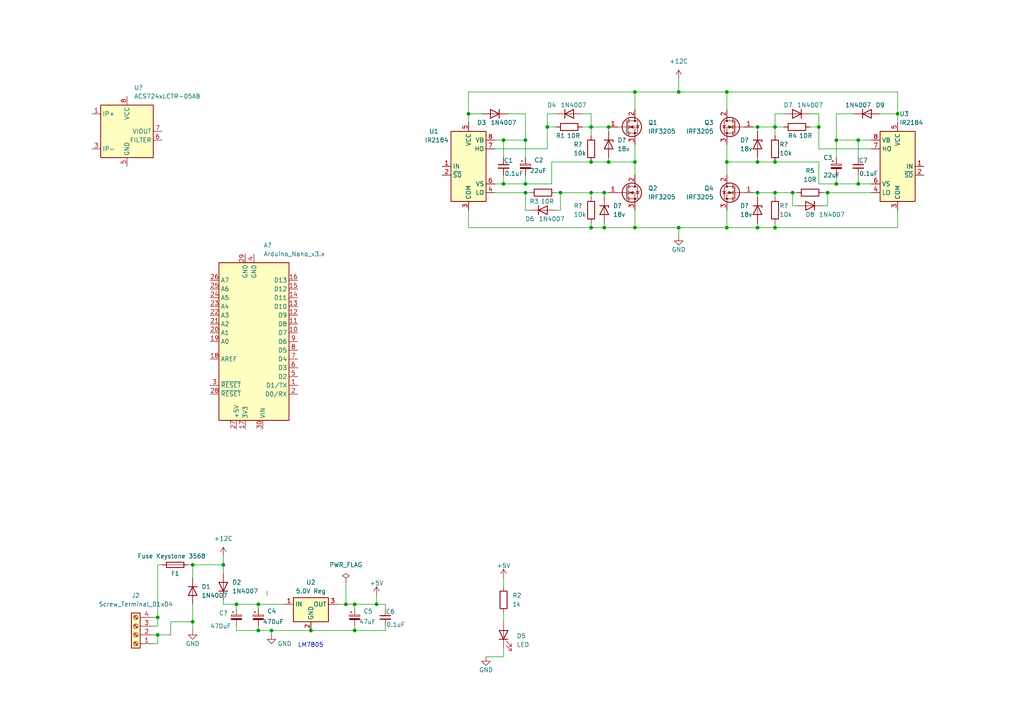
<source format=kicad_sch>
(kicad_sch (version 20211123) (generator eeschema)
  (paper "A4")
  (title_block (title "GPS_Micro") (date "2023-01-12") (comment 1 "Single Antenna Autosteer"))
  (lib_symbols
    (symbol "Connector:Screw_Terminal_01x04" (pin_names (offset 1.016) hide)
      (property "Reference" "J" (at 0 5.08 0))
      (property "Value" "Screw_Terminal_01x04" (at 0 -7.62 0))
      (symbol "Screw_Terminal_01x04_1_1"
        (rectangle (start -1.27 3.81) (end 1.27 -6.35) (stroke (width 0.254)) (fill (type background)))
        (circle (center 0 -5.08) (radius 0.635) (stroke (width 0.1524)))
        (circle (center 0 -2.54) (radius 0.635) (stroke (width 0.1524)))
        (polyline (pts (xy -0.5334 -4.7498) (xy 0.3302 -5.588)) (stroke (width 0.1524)))
        (polyline (pts (xy -0.5334 -2.2098) (xy 0.3302 -3.048)) (stroke (width 0.1524)))
        (polyline (pts (xy -0.5334 0.3302) (xy 0.3302 -0.508)) (stroke (width 0.1524)))
        (polyline (pts (xy -0.5334 2.8702) (xy 0.3302 2.032)) (stroke (width 0.1524)))
        (polyline (pts (xy -0.3556 -4.572) (xy 0.508 -5.4102)) (stroke (width 0.1524)))
        (polyline (pts (xy -0.3556 -2.032) (xy 0.508 -2.8702)) (stroke (width 0.1524)))
        (polyline (pts (xy -0.3556 0.508) (xy 0.508 -0.3302)) (stroke (width 0.1524)))
        (polyline (pts (xy -0.3556 3.048) (xy 0.508 2.2098)) (stroke (width 0.1524)))
        (circle (center 0 0) (radius 0.635) (stroke (width 0.1524)))
        (circle (center 0 2.54) (radius 0.635) (stroke (width 0.1524)))
        (pin passive line (at -5.08 2.54 0) (length 3.81) (name "Pin_1") (number "1"))
        (pin passive line (at -5.08 0 0) (length 3.81) (name "Pin_2") (number "2"))
        (pin passive line (at -5.08 -2.54 0) (length 3.81) (name "Pin_3") (number "3"))
        (pin passive line (at -5.08 -5.08 0) (length 3.81) (name "Pin_4") (number "4"))
      )
    )
    (symbol "Converter_DCDC:OKI-78SR-3.3_1.5-W36-C"
      (property "Reference" "U" (at -3.81 3.175 0))
      (property "Value" "OKI-78SR-3.3_1.5-W36-C" (at 0 3.175 0))
      (symbol "OKI-78SR-3.3_1.5-W36-C_0_1"
        (rectangle (start -5.08 1.905) (end 5.08 -5.08) (stroke (width 0.254)) (fill (type background)))
      )
      (symbol "OKI-78SR-3.3_1.5-W36-C_1_1"
        (pin power_in line (at -7.62 0 0) (length 2.54) (name "IN") (number "1"))
        (pin power_in line (at 0 -7.62 90) (length 2.54) (name "GND") (number "2"))
        (pin power_out line (at 7.62 0 180) (length 2.54) (name "OUT") (number "3"))
      )
    )
    (symbol "Device:C_Polarized_Small" (pin_numbers hide) (pin_names (offset 0.254) hide)
      (property "Reference" "C" (at 0.254 1.778 0))
      (property "Value" "C_Polarized_Small" (at 0.254 -2.032 0))
      (symbol "C_Polarized_Small_0_1"
        (rectangle (start -1.524 -0.3048) (end 1.524 -0.6858) (fill (type outline)))
        (rectangle (start -1.524 0.6858) (end 1.524 0.3048))
        (polyline (pts (xy -1.27 1.524) (xy -0.762 1.524)))
        (polyline (pts (xy -1.016 1.27) (xy -1.016 1.778)))
      )
      (symbol "C_Polarized_Small_1_1"
        (pin passive line (at 0 2.54 270) (length 1.8542) (name "~") (number "1"))
        (pin passive line (at 0 -2.54 90) (length 1.8542) (name "~") (number "2"))
      )
    )
    (symbol "Device:C_Small" (pin_numbers hide) (pin_names (offset 0.254) hide)
      (property "Reference" "C" (at 0.254 1.778 0))
      (property "Value" "C_Small" (at 0.254 -2.032 0))
      (symbol "C_Small_0_1"
        (polyline (pts (xy -1.524 -0.508) (xy 1.524 -0.508)) (stroke (width 0.3302)))
        (polyline (pts (xy -1.524 0.508) (xy 1.524 0.508)) (stroke (width 0.3048)))
      )
      (symbol "C_Small_1_1"
        (pin passive line (at 0 2.54 270) (length 2.032) (name "~") (number "1"))
        (pin passive line (at 0 -2.54 90) (length 2.032) (name "~") (number "2"))
      )
    )
    (symbol "Device:D_Zener" (pin_numbers hide) (pin_names (offset 1.016) hide)
      (property "Reference" "D" (at 0 2.54 0))
      (property "Value" "D_Zener" (at 0 -2.54 0))
      (symbol "D_Zener_0_1"
        (polyline (pts (xy 1.27 0) (xy -1.27 0)))
        (polyline (pts (xy -1.27 -1.27) (xy -1.27 1.27) (xy -0.762 1.27)) (stroke (width 0.254)))
        (polyline (pts (xy 1.27 -1.27) (xy 1.27 1.27) (xy -1.27 0) (xy 1.27 -1.27)) (stroke (width 0.254)))
      )
      (symbol "D_Zener_1_1"
        (pin passive line (at -3.81 0 0) (length 2.54) (name "K") (number "1"))
        (pin passive line (at 3.81 0 180) (length 2.54) (name "A") (number "2"))
      )
    )
    (symbol "Device:Fuse" (pin_numbers hide) (pin_names (offset 0))
      (property "Reference" "F" (at 2.032 0 90))
      (property "Value" "Fuse" (at -1.905 0 90))
      (symbol "Fuse_0_1"
        (rectangle (start -0.762 -2.54) (end 0.762 2.54) (stroke (width 0.254)))
        (polyline (pts (xy 0 2.54) (xy 0 -2.54)))
      )
      (symbol "Fuse_1_1"
        (pin passive line (at 0 3.81 270) (length 1.27) (name "~") (number "1"))
        (pin passive line (at 0 -3.81 90) (length 1.27) (name "~") (number "2"))
      )
    )
    (symbol "Device:LED" (pin_numbers hide) (pin_names (offset 1.016) hide)
      (property "Reference" "D" (at 0 2.54 0))
      (property "Value" "LED" (at 0 -2.54 0))
      (symbol "LED_0_1"
        (polyline (pts (xy -1.27 -1.27) (xy -1.27 1.27)) (stroke (width 0.254)))
        (polyline (pts (xy -1.27 0) (xy 1.27 0)))
        (polyline (pts (xy 1.27 -1.27) (xy 1.27 1.27) (xy -1.27 0) (xy 1.27 -1.27)) (stroke (width 0.254)))
        (polyline (pts (xy -3.048 -0.762) (xy -4.572 -2.286) (xy -3.81 -2.286) (xy -4.572 -2.286) (xy -4.572 -1.524)))
        (polyline (pts (xy -1.778 -0.762) (xy -3.302 -2.286) (xy -2.54 -2.286) (xy -3.302 -2.286) (xy -3.302 -1.524)))
      )
      (symbol "LED_1_1"
        (pin passive line (at -3.81 0 0) (length 2.54) (name "K") (number "1"))
        (pin passive line (at 3.81 0 180) (length 2.54) (name "A") (number "2"))
      )
    )
    (symbol "Device:R" (pin_numbers hide) (pin_names (offset 0))
      (property "Reference" "R" (at 2.032 0 90))
      (property "Value" "R" (at 0 0 90))
      (symbol "R_0_1"
        (rectangle (start -1.016 -2.54) (end 1.016 2.54) (stroke (width 0.254)))
      )
      (symbol "R_1_1"
        (pin passive line (at 0 3.81 270) (length 1.27) (name "~") (number "1"))
        (pin passive line (at 0 -3.81 90) (length 1.27) (name "~") (number "2"))
      )
    )
    (symbol "Diode:1N4007" (pin_numbers hide) (pin_names hide)
      (property "Reference" "D" (at 0 2.54 0))
      (property "Value" "1N4007" (at 0 -2.54 0))
      (symbol "1N4007_0_1"
        (polyline (pts (xy -1.27 1.27) (xy -1.27 -1.27)) (stroke (width 0.254)))
        (polyline (pts (xy 1.27 0) (xy -1.27 0)))
        (polyline (pts (xy 1.27 1.27) (xy 1.27 -1.27) (xy -1.27 0) (xy 1.27 1.27)) (stroke (width 0.254)))
      )
      (symbol "1N4007_1_1"
        (pin passive line (at -3.81 0 0) (length 2.54) (name "K") (number "1"))
        (pin passive line (at 3.81 0 180) (length 2.54) (name "A") (number "2"))
      )
    )
    (symbol "Driver_FET:IR2184"
      (property "Reference" "U" (at 1.27 13.335 0))
      (property "Value" "IR2184" (at 1.27 11.43 0))
      (symbol "IR2184_0_1"
        (rectangle (start -5.08 -10.16) (end 5.08 10.16) (stroke (width 0.254)) (fill (type background)))
      )
      (symbol "IR2184_1_1"
        (pin input line (at -7.62 0 0) (length 2.54) (name "IN") (number "1"))
        (pin input line (at -7.62 -2.54 0) (length 2.54) (name "~{SD}") (number "2"))
        (pin power_in line (at 0 -12.7 90) (length 2.54) (name "COM") (number "3"))
        (pin output line (at 7.62 -7.62 180) (length 2.54) (name "LO") (number "4"))
        (pin power_in line (at 0 12.7 270) (length 2.54) (name "VCC") (number "5"))
        (pin passive line (at 7.62 -5.08 180) (length 2.54) (name "VS") (number "6"))
        (pin output line (at 7.62 5.08 180) (length 2.54) (name "HO") (number "7"))
        (pin passive line (at 7.62 7.62 180) (length 2.54) (name "VB") (number "8"))
      )
    )
    (symbol "MCU_Module:Arduino_Nano_v3.x"
      (property "Reference" "A" (at -10.16 23.495 0))
      (property "Value" "Arduino_Nano_v3.x" (at 5.08 -24.13 0))
      (symbol "Arduino_Nano_v3.x_0_1"
        (rectangle (start -10.16 22.86) (end 10.16 -22.86) (stroke (width 0.254)) (fill (type background)))
      )
      (symbol "Arduino_Nano_v3.x_1_1"
        (pin bidirectional line (at -12.7 12.7 0) (length 2.54) (name "D1/TX") (number "1"))
        (pin bidirectional line (at -12.7 -2.54 0) (length 2.54) (name "D7") (number "10"))
        (pin bidirectional line (at -12.7 -5.08 0) (length 2.54) (name "D8") (number "11"))
        (pin bidirectional line (at -12.7 -7.62 0) (length 2.54) (name "D9") (number "12"))
        (pin bidirectional line (at -12.7 -10.16 0) (length 2.54) (name "D10") (number "13"))
        (pin bidirectional line (at -12.7 -12.7 0) (length 2.54) (name "D11") (number "14"))
        (pin bidirectional line (at -12.7 -15.24 0) (length 2.54) (name "D12") (number "15"))
        (pin bidirectional line (at -12.7 -17.78 0) (length 2.54) (name "D13") (number "16"))
        (pin power_out line (at 2.54 25.4 270) (length 2.54) (name "3V3") (number "17"))
        (pin input line (at 12.7 5.08 180) (length 2.54) (name "AREF") (number "18"))
        (pin bidirectional line (at 12.7 0 180) (length 2.54) (name "A0") (number "19"))
        (pin bidirectional line (at -12.7 15.24 0) (length 2.54) (name "D0/RX") (number "2"))
        (pin bidirectional line (at 12.7 -2.54 180) (length 2.54) (name "A1") (number "20"))
        (pin bidirectional line (at 12.7 -5.08 180) (length 2.54) (name "A2") (number "21"))
        (pin bidirectional line (at 12.7 -7.62 180) (length 2.54) (name "A3") (number "22"))
        (pin bidirectional line (at 12.7 -10.16 180) (length 2.54) (name "A4") (number "23"))
        (pin bidirectional line (at 12.7 -12.7 180) (length 2.54) (name "A5") (number "24"))
        (pin bidirectional line (at 12.7 -15.24 180) (length 2.54) (name "A6") (number "25"))
        (pin bidirectional line (at 12.7 -17.78 180) (length 2.54) (name "A7") (number "26"))
        (pin power_out line (at 5.08 25.4 270) (length 2.54) (name "+5V") (number "27"))
        (pin input line (at 12.7 15.24 180) (length 2.54) (name "~{RESET}") (number "28"))
        (pin power_in line (at 2.54 -25.4 90) (length 2.54) (name "GND") (number "29"))
        (pin input line (at 12.7 12.7 180) (length 2.54) (name "~{RESET}") (number "3"))
        (pin power_in line (at -2.54 25.4 270) (length 2.54) (name "VIN") (number "30"))
        (pin power_in line (at 0 -25.4 90) (length 2.54) (name "GND") (number "4"))
        (pin bidirectional line (at -12.7 10.16 0) (length 2.54) (name "D2") (number "5"))
        (pin bidirectional line (at -12.7 7.62 0) (length 2.54) (name "D3") (number "6"))
        (pin bidirectional line (at -12.7 5.08 0) (length 2.54) (name "D4") (number "7"))
        (pin bidirectional line (at -12.7 2.54 0) (length 2.54) (name "D5") (number "8"))
        (pin bidirectional line (at -12.7 0 0) (length 2.54) (name "D6") (number "9"))
      )
    )
    (symbol "Sensor_Current:ACS724xLCTR-05AB"
      (property "Reference" "U" (at 2.54 11.43 0))
      (property "Value" "ACS724xLCTR-05AB" (at 2.54 8.89 0))
      (symbol "ACS724xLCTR-05AB_0_1"
        (rectangle (start -7.62 7.62) (end 7.62 -7.62) (stroke (width 0.254)) (fill (type background)))
      )
      (symbol "ACS724xLCTR-05AB_1_1"
        (pin passive line (at -10.16 5.08 0) (length 2.54) (name "IP+") (number "1"))
        (pin passive line (at -10.16 5.08 0) (length 2.54) hide (name "IP+") (number "2"))
        (pin passive line (at -10.16 -5.08 0) (length 2.54) (name "IP-") (number "3"))
        (pin passive line (at -10.16 -5.08 0) (length 2.54) hide (name "IP-") (number "4"))
        (pin power_in line (at 0 -10.16 90) (length 2.54) (name "GND") (number "5"))
        (pin passive line (at 10.16 -2.54 180) (length 2.54) (name "FILTER") (number "6"))
        (pin output line (at 10.16 0 180) (length 2.54) (name "VIOUT") (number "7"))
        (pin power_in line (at 0 10.16 270) (length 2.54) (name "VCC") (number "8"))
      )
    )
    (symbol "Transistor_FET:IRF3205" (pin_names hide)
      (property "Reference" "Q" (at 6.35 1.905 0))
      (property "Value" "IRF3205" (at 6.35 0 0))
      (symbol "IRF3205_0_1"
        (polyline (pts (xy 0.254 0) (xy -2.54 0)))
        (polyline (pts (xy 0.254 1.905) (xy 0.254 -1.905)) (stroke (width 0.254)))
        (polyline (pts (xy 0.762 -1.27) (xy 0.762 -2.286)) (stroke (width 0.254)))
        (polyline (pts (xy 0.762 0.508) (xy 0.762 -0.508)) (stroke (width 0.254)))
        (polyline (pts (xy 0.762 2.286) (xy 0.762 1.27)) (stroke (width 0.254)))
        (polyline (pts (xy 2.54 2.54) (xy 2.54 1.778)))
        (polyline (pts (xy 2.54 -2.54) (xy 2.54 0) (xy 0.762 0)))
        (polyline (pts (xy 0.762 -1.778) (xy 3.302 -1.778) (xy 3.302 1.778) (xy 0.762 1.778)))
        (polyline (pts (xy 1.016 0) (xy 2.032 0.381) (xy 2.032 -0.381) (xy 1.016 0)) (fill (type outline)))
        (polyline (pts (xy 2.794 0.508) (xy 2.921 0.381) (xy 3.683 0.381) (xy 3.81 0.254)))
        (polyline (pts (xy 3.302 0.381) (xy 2.921 -0.254) (xy 3.683 -0.254) (xy 3.302 0.381)))
        (circle (center 1.651 0) (radius 2.794) (stroke (width 0.254)))
        (circle (center 2.54 -1.778) (radius 0.254) (fill (type outline)))
        (circle (center 2.54 1.778) (radius 0.254) (fill (type outline)))
      )
      (symbol "IRF3205_1_1"
        (pin input line (at -5.08 0 0) (length 2.54) (name "G") (number "1"))
        (pin passive line (at 2.54 5.08 270) (length 2.54) (name "D") (number "2"))
        (pin passive line (at 2.54 -5.08 90) (length 2.54) (name "S") (number "3"))
      )
    )
    (symbol "power:+12C" (power) (pin_names (offset 0))
      (property "Value" "+12C" (at 0 3.81 0))
      (symbol "+12C_0_1"
        (polyline (pts (xy -0.762 1.27) (xy 0 2.54)))
        (polyline (pts (xy 0 0) (xy 0 2.54)))
        (polyline (pts (xy 0 2.54) (xy 0.762 1.27)))
      )
      (symbol "+12C_1_1"
        (pin power_in line (at 0 0 90) (length 0) hide (name "+12C") (number "1"))
      )
    )
    (symbol "power:+5V" (power) (pin_names (offset 0))
      (property "Value" "+5V" (at 0 3.556 0))
      (symbol "+5V_0_1"
        (polyline (pts (xy -0.762 1.27) (xy 0 2.54)))
        (polyline (pts (xy 0 0) (xy 0 2.54)))
        (polyline (pts (xy 0 2.54) (xy 0.762 1.27)))
      )
      (symbol "+5V_1_1"
        (pin power_in line (at 0 0 90) (length 0) hide (name "+5V") (number "1"))
      )
    )
    (symbol "power:GND" (power) (pin_names (offset 0))
      (property "Value" "GND" (at 0 -3.81 0))
      (symbol "GND_0_1"
        (polyline (pts (xy 0 0) (xy 0 -1.27) (xy 1.27 -1.27) (xy 0 -2.54) (xy -1.27 -1.27) (xy 0 -1.27)))
      )
      (symbol "GND_1_1"
        (pin power_in line (at 0 0 270) (length 0) hide (name "GND") (number "1"))
      )
    )
    (symbol "power:PWR_FLAG" (power) (pin_numbers hide) (pin_names (offset 0) hide)
      (property "Value" "PWR_FLAG" (at 0 3.81 0))
      (symbol "PWR_FLAG_0_0"
        (pin power_out line (at 0 0 90) (length 0) (name "pwr") (number "1"))
      )
      (symbol "PWR_FLAG_0_1"
        (polyline (pts (xy 0 0) (xy 0 1.27) (xy -1.016 1.905) (xy 0 2.54) (xy 1.016 1.905) (xy 0 1.27)))
      )
    )
  )
  (junction (at 109.22 175.26))
  (junction (at 248.92 40.64))
  (junction (at 100.33 175.26))
  (junction (at 219.71 46.99))
  (junction (at 146.05 53.34))
  (junction (at 176.53 36.83))
  (junction (at 146.05 40.64))
  (junction (at 196.85 26.67))
  (junction (at 74.93 182.88))
  (junction (at 171.45 66.04))
  (junction (at 45.72 179.07))
  (junction (at 219.71 55.88))
  (junction (at 184.15 26.67))
  (junction (at 171.45 36.83))
  (junction (at 90.17 182.88))
  (junction (at 237.49 36.83))
  (junction (at 68.58 175.26))
  (junction (at 229.87 55.88))
  (junction (at 210.82 26.67))
  (junction (at 240.03 55.88))
  (junction (at 224.79 46.99))
  (junction (at 224.79 36.83))
  (junction (at 152.4 53.34))
  (junction (at 64.77 163.83))
  (junction (at 135.89 33.02))
  (junction (at 74.93 175.26))
  (junction (at 55.88 180.34))
  (junction (at 184.15 66.04))
  (junction (at 184.15 46.99))
  (junction (at 175.26 55.88))
  (junction (at 224.79 55.88))
  (junction (at 171.45 55.88))
  (junction (at 248.92 53.34))
  (junction (at 78.74 182.88))
  (junction (at 242.57 53.34))
  (junction (at 152.4 40.64))
  (junction (at 175.26 66.04))
  (junction (at 242.57 40.64))
  (junction (at 158.75 36.83))
  (junction (at 210.82 66.04))
  (junction (at 219.71 66.04))
  (junction (at 102.87 182.88))
  (junction (at 102.87 175.26))
  (junction (at 162.56 55.88))
  (junction (at 224.79 66.04))
  (junction (at 55.88 163.83))
  (junction (at 152.4 55.88))
  (junction (at 196.85 66.04))
  (junction (at 210.82 46.99))
  (junction (at 176.53 46.99))
  (junction (at 219.71 36.83))
  (junction (at 45.72 184.15))
  (junction (at 171.45 46.99))
  (junction (at 260.35 33.02))
  (wire (pts (xy 97.79 175.26) (xy 100.33 175.26)))
  (wire (pts (xy 45.72 163.83) (xy 45.72 179.07)))
  (wire (pts (xy 146.05 167.64) (xy 146.05 170.18)))
  (wire (pts (xy 100.33 168.91) (xy 100.33 175.26)))
  (wire (pts (xy 210.82 66.04) (xy 219.71 66.04)))
  (wire (pts (xy 184.15 46.99) (xy 184.15 50.8)))
  (wire (pts (xy 102.87 175.26) (xy 109.22 175.26)))
  (wire (pts (xy 143.51 43.18) (xy 158.75 43.18)))
  (wire (pts (xy 248.92 40.64) (xy 252.73 40.64)))
  (wire (pts (xy 45.72 186.69) (xy 45.72 184.15)))
  (wire (pts (xy 44.45 186.69) (xy 45.72 186.69)))
  (wire (pts (xy 224.79 36.83) (xy 227.33 36.83)))
  (wire (pts (xy 160.02 46.99) (xy 171.45 46.99)))
  (wire (pts (xy 55.88 163.83) (xy 64.77 163.83)))
  (wire (pts (xy 210.82 41.91) (xy 210.82 46.99)))
  (wire (pts (xy 171.45 36.83) (xy 176.53 36.83)))
  (wire (pts (xy 171.45 36.83) (xy 171.45 39.37)))
  (wire (pts (xy 90.17 182.88) (xy 102.87 182.88)))
  (wire (pts (xy 218.44 55.88) (xy 219.71 55.88)))
  (wire (pts (xy 44.45 181.61) (xy 45.72 181.61)))
  (wire (pts (xy 143.51 53.34) (xy 146.05 53.34)))
  (wire (pts (xy 153.67 60.96) (xy 152.4 60.96)))
  (wire (pts (xy 196.85 22.86) (xy 196.85 26.67)))
  (wire (pts (xy 255.27 33.02) (xy 260.35 33.02)))
  (wire (pts (xy 224.79 55.88) (xy 224.79 57.15)))
  (wire (pts (xy 210.82 26.67) (xy 196.85 26.67)))
  (wire (pts (xy 135.89 33.02) (xy 139.7 33.02)))
  (wire (pts (xy 161.29 55.88) (xy 162.56 55.88)))
  (wire (pts (xy 77.47 172.72) (xy 77.47 171.45)))
  (wire (pts (xy 175.26 66.04) (xy 184.15 66.04)))
  (wire (pts (xy 242.57 40.64) (xy 242.57 45.72)))
  (wire (pts (xy 46.99 163.83) (xy 45.72 163.83)))
  (wire (pts (xy 140.97 190.5) (xy 146.05 190.5)))
  (wire (pts (xy 219.71 46.99) (xy 224.79 46.99)))
  (wire (pts (xy 176.53 36.83) (xy 176.53 38.1)))
  (wire (pts (xy 242.57 33.02) (xy 247.65 33.02)))
  (wire (pts (xy 64.77 175.26) (xy 68.58 175.26)))
  (wire (pts (xy 102.87 181.61) (xy 102.87 182.88)))
  (wire (pts (xy 218.44 36.83) (xy 219.71 36.83)))
  (wire (pts (xy 143.51 55.88) (xy 152.4 55.88)))
  (wire (pts (xy 184.15 26.67) (xy 196.85 26.67)))
  (wire (pts (xy 240.03 55.88) (xy 252.73 55.88)))
  (wire (pts (xy 224.79 46.99) (xy 237.49 46.99)))
  (wire (pts (xy 242.57 40.64) (xy 248.92 40.64)))
  (wire (pts (xy 238.76 55.88) (xy 240.03 55.88)))
  (wire (pts (xy 175.26 64.77) (xy 175.26 66.04)))
  (wire (pts (xy 152.4 53.34) (xy 160.02 53.34)))
  (wire (pts (xy 242.57 53.34) (xy 248.92 53.34)))
  (wire (pts (xy 234.95 36.83) (xy 237.49 36.83)))
  (wire (pts (xy 237.49 53.34) (xy 242.57 53.34)))
  (wire (pts (xy 152.4 50.8) (xy 152.4 53.34)))
  (wire (pts (xy 171.45 55.88) (xy 171.45 57.15)))
  (wire (pts (xy 146.05 53.34) (xy 152.4 53.34)))
  (wire (pts (xy 175.26 55.88) (xy 176.53 55.88)))
  (wire (pts (xy 49.53 180.34) (xy 49.53 184.15)))
  (wire (pts (xy 161.29 60.96) (xy 162.56 60.96)))
  (wire (pts (xy 248.92 53.34) (xy 252.73 53.34)))
  (wire (pts (xy 171.45 46.99) (xy 176.53 46.99)))
  (wire (pts (xy 152.4 55.88) (xy 152.4 60.96)))
  (wire (pts (xy 219.71 36.83) (xy 224.79 36.83)))
  (wire (pts (xy 260.35 35.56) (xy 260.35 33.02)))
  (wire (pts (xy 219.71 45.72) (xy 219.71 46.99)))
  (wire (pts (xy 135.89 26.67) (xy 184.15 26.67)))
  (wire (pts (xy 210.82 46.99) (xy 210.82 50.8)))
  (wire (pts (xy 231.14 59.69) (xy 229.87 59.69)))
  (wire (pts (xy 242.57 33.02) (xy 242.57 40.64)))
  (wire (pts (xy 237.49 36.83) (xy 237.49 43.18)))
  (wire (pts (xy 229.87 55.88) (xy 229.87 59.69)))
  (wire (pts (xy 171.45 64.77) (xy 171.45 66.04)))
  (wire (pts (xy 237.49 33.02) (xy 237.49 36.83)))
  (wire (pts (xy 147.32 33.02) (xy 152.4 33.02)))
  (wire (pts (xy 229.87 55.88) (xy 231.14 55.88)))
  (wire (pts (xy 68.58 182.88) (xy 74.93 182.88)))
  (wire (pts (xy 234.95 33.02) (xy 237.49 33.02)))
  (wire (pts (xy 68.58 175.26) (xy 68.58 176.53)))
  (wire (pts (xy 64.77 163.83) (xy 64.77 166.37)))
  (wire (pts (xy 135.89 66.04) (xy 171.45 66.04)))
  (wire (pts (xy 102.87 182.88) (xy 111.76 182.88)))
  (wire (pts (xy 109.22 175.26) (xy 111.76 175.26)))
  (wire (pts (xy 146.05 40.64) (xy 146.05 45.72)))
  (wire (pts (xy 237.49 43.18) (xy 252.73 43.18)))
  (wire (pts (xy 158.75 36.83) (xy 158.75 43.18)))
  (wire (pts (xy 184.15 41.91) (xy 184.15 46.99)))
  (wire (pts (xy 74.93 181.61) (xy 74.93 182.88)))
  (wire (pts (xy 146.05 40.64) (xy 152.4 40.64)))
  (wire (pts (xy 219.71 66.04) (xy 224.79 66.04)))
  (wire (pts (xy 219.71 55.88) (xy 224.79 55.88)))
  (wire (pts (xy 158.75 36.83) (xy 161.29 36.83)))
  (wire (pts (xy 219.71 55.88) (xy 219.71 57.15)))
  (wire (pts (xy 135.89 60.96) (xy 135.89 66.04)))
  (wire (pts (xy 210.82 60.96) (xy 210.82 66.04)))
  (wire (pts (xy 168.91 36.83) (xy 171.45 36.83)))
  (wire (pts (xy 152.4 33.02) (xy 152.4 40.64)))
  (wire (pts (xy 224.79 33.02) (xy 224.79 36.83)))
  (wire (pts (xy 160.02 46.99) (xy 160.02 53.34)))
  (wire (pts (xy 210.82 46.99) (xy 219.71 46.99)))
  (wire (pts (xy 78.74 184.15) (xy 78.74 182.88)))
  (wire (pts (xy 45.72 184.15) (xy 44.45 184.15)))
  (wire (pts (xy 227.33 33.02) (xy 224.79 33.02)))
  (wire (pts (xy 171.45 66.04) (xy 175.26 66.04)))
  (wire (pts (xy 161.29 33.02) (xy 158.75 33.02)))
  (wire (pts (xy 55.88 180.34) (xy 49.53 180.34)))
  (wire (pts (xy 109.22 172.72) (xy 109.22 175.26)))
  (wire (pts (xy 224.79 55.88) (xy 229.87 55.88)))
  (wire (pts (xy 158.75 33.02) (xy 158.75 36.83)))
  (wire (pts (xy 248.92 40.64) (xy 248.92 45.72)))
  (wire (pts (xy 135.89 35.56) (xy 135.89 33.02)))
  (wire (pts (xy 248.92 50.8) (xy 248.92 53.34)))
  (wire (pts (xy 210.82 31.75) (xy 210.82 26.67)))
  (wire (pts (xy 184.15 26.67) (xy 184.15 31.75)))
  (wire (pts (xy 143.51 40.64) (xy 146.05 40.64)))
  (wire (pts (xy 146.05 50.8) (xy 146.05 53.34)))
  (wire (pts (xy 260.35 60.96) (xy 260.35 66.04)))
  (wire (pts (xy 162.56 55.88) (xy 162.56 60.96)))
  (wire (pts (xy 168.91 33.02) (xy 171.45 33.02)))
  (wire (pts (xy 224.79 64.77) (xy 224.79 66.04)))
  (wire (pts (xy 176.53 45.72) (xy 176.53 46.99)))
  (wire (pts (xy 184.15 66.04) (xy 184.15 60.96)))
  (wire (pts (xy 171.45 33.02) (xy 171.45 36.83)))
  (wire (pts (xy 55.88 180.34) (xy 55.88 182.88)))
  (wire (pts (xy 219.71 36.83) (xy 219.71 38.1)))
  (wire (pts (xy 74.93 175.26) (xy 82.55 175.26)))
  (wire (pts (xy 196.85 66.04) (xy 184.15 66.04)))
  (wire (pts (xy 68.58 175.26) (xy 74.93 175.26)))
  (wire (pts (xy 54.61 163.83) (xy 55.88 163.83)))
  (wire (pts (xy 224.79 36.83) (xy 224.79 39.37)))
  (wire (pts (xy 55.88 163.83) (xy 55.88 167.64)))
  (wire (pts (xy 224.79 66.04) (xy 260.35 66.04)))
  (wire (pts (xy 74.93 182.88) (xy 78.74 182.88)))
  (wire (pts (xy 45.72 184.15) (xy 49.53 184.15)))
  (wire (pts (xy 196.85 66.04) (xy 196.85 68.58)))
  (wire (pts (xy 175.26 55.88) (xy 175.26 57.15)))
  (wire (pts (xy 55.88 175.26) (xy 55.88 180.34)))
  (wire (pts (xy 135.89 33.02) (xy 135.89 26.67)))
  (wire (pts (xy 146.05 177.8) (xy 146.05 180.34)))
  (wire (pts (xy 238.76 59.69) (xy 240.03 59.69)))
  (wire (pts (xy 176.53 46.99) (xy 184.15 46.99)))
  (wire (pts (xy 100.33 175.26) (xy 102.87 175.26)))
  (wire (pts (xy 210.82 26.67) (xy 260.35 26.67)))
  (wire (pts (xy 68.58 181.61) (xy 68.58 182.88)))
  (wire (pts (xy 111.76 181.61) (xy 111.76 182.88)))
  (wire (pts (xy 171.45 55.88) (xy 175.26 55.88)))
  (wire (pts (xy 78.74 182.88) (xy 90.17 182.88)))
  (wire (pts (xy 45.72 181.61) (xy 45.72 179.07)))
  (wire (pts (xy 242.57 50.8) (xy 242.57 53.34)))
  (wire (pts (xy 237.49 53.34) (xy 237.49 46.99)))
  (wire (pts (xy 64.77 173.99) (xy 64.77 175.26)))
  (wire (pts (xy 152.4 55.88) (xy 153.67 55.88)))
  (wire (pts (xy 162.56 55.88) (xy 171.45 55.88)))
  (wire (pts (xy 44.45 179.07) (xy 45.72 179.07)))
  (wire (pts (xy 74.93 175.26) (xy 74.93 176.53)))
  (wire (pts (xy 146.05 187.96) (xy 146.05 190.5)))
  (wire (pts (xy 210.82 66.04) (xy 196.85 66.04)))
  (wire (pts (xy 102.87 175.26) (xy 102.87 176.53)))
  (wire (pts (xy 240.03 55.88) (xy 240.03 59.69)))
  (wire (pts (xy 111.76 176.53) (xy 111.76 175.26)))
  (wire (pts (xy 152.4 45.72) (xy 152.4 40.64)))
  (wire (pts (xy 260.35 33.02) (xy 260.35 26.67)))
  (wire (pts (xy 64.77 161.29) (xy 64.77 163.83)))
  (wire (pts (xy 219.71 64.77) (xy 219.71 66.04)))
  (text "LM7805" (at 86.36 187.96 0) (effects (font (size 1.27 1.27)) (justify left bottom)))
  (symbol (lib_id "power:+12C") (at 64.77 161.29 0) (unit 1)
    (property "Reference" "#PWR03" (effects hide))
    (property "Value" "+12C" (at 64.77 156.21 0))
  )
  (symbol (lib_id "Device:R") (at 224.79 60.96 0) (unit 1)
    (property "Reference" "R?" (at 226.06 59.69 0) (effects (justify left)))
    (property "Value" "10k" (at 226.06 62.23 0) (effects (justify left)))
  )
  (symbol (lib_id "Transistor_FET:IRF3205") (at 213.36 55.88 0) (mirror y) (unit 1)
    (property "Reference" "Q4" (at 207.01 54.6099 0) (effects (justify left)))
    (property "Value" "IRF3205" (at 207.01 57.1499 0) (effects (justify left)))
    (property "Footprint" "Package_TO_SOT_THT:TO-220-3_Vertical" (effects hide))
    (property "Datasheet" "http://www.irf.com/product-info/datasheets/data/irf3205.pdf" (effects hide))
  )
  (symbol (lib_id "Device:R") (at 165.1 36.83 270) (unit 1)
    (property "Reference" "R1" (at 162.56 39.37 90))
    (property "Value" "10R" (at 166.37 39.37 90))
  )
  (symbol (lib_id "Device:R") (at 234.95 55.88 270) (unit 1)
    (property "Reference" "R5" (at 234.95 49.53 90))
    (property "Value" "10R" (at 234.95 52.07 90))
  )
  (symbol (lib_id "Device:D_Zener") (at 219.71 41.91 270) (unit 1)
    (property "Reference" "D?" (at 214.63 40.64 90) (effects (justify left)))
    (property "Value" "18v" (at 214.63 43.18 90) (effects (justify left)))
  )
  (symbol (lib_id "Converter_DCDC:OKI-78SR-3.3_1.5-W36-C") (at 90.17 175.26 0) (unit 1)
    (property "Reference" "U2" (at 90.17 168.91 0))
    (property "Value" "5.0V Reg" (at 90.17 171.45 0))
    (property "Footprint" "Converter_DCDC:Converter_DCDC_Murata_OKI-78SR_Vertical" (effects hide))
    (property "Datasheet" "https://power.murata.com/data/power/oki-78sr.pdf" (effects hide))
  )
  (symbol (lib_id "Device:D_Zener") (at 176.53 41.91 270) (unit 1)
    (property "Reference" "D?" (at 179.07 40.6399 90) (effects (justify left)))
    (property "Value" "18v" (at 179.07 43.1799 90) (effects (justify left)))
  )
  (symbol (lib_id "Device:D_Zener") (at 219.71 60.96 270) (unit 1)
    (property "Reference" "D?" (at 214.63 59.69 90) (effects (justify left)))
    (property "Value" "18v" (at 214.63 62.23 90) (effects (justify left)))
  )
  (symbol (lib_id "Device:C_Small") (at 146.05 48.26 0) (unit 1)
    (property "Reference" "C1" (at 146.1464 46.5667 0) (effects (justify left)))
    (property "Value" "0.1uF" (at 146.3233 50.3392 0) (effects (justify left)))
    (property "Footprint" "Capacitor_THT:C_Disc_D7.0mm_W2.5mm_P5.00mm" (effects hide))
  )
  (symbol (lib_id "Device:C_Polarized_Small") (at 74.93 179.07 0) (unit 1)
    (property "Reference" "C4" (at 77.47 177.2538 0) (effects (justify left)))
    (property "Value" "470uF" (at 76.2 180.34 0) (effects (justify left)))
    (property "Footprint" "Capacitor_THT:CP_Radial_D10.0mm_P5.00mm" (effects hide))
  )
  (symbol (lib_id "power:GND") (at 55.88 182.88 0) (unit 1)
    (property "Reference" "#PWR010" (effects hide))
    (property "Value" "GND" (at 55.88 186.69 0))
  )
  (symbol (lib_id "power:PWR_FLAG") (at 100.33 168.91 0) (unit 1)
    (property "Reference" "#FLG01" (effects hide))
    (property "Value" "PWR_FLAG" (at 100.33 163.83 0))
  )
  (symbol (lib_id "power:+12C") (at 196.85 22.86 0) (unit 1)
    (property "Reference" "#PWR01" (effects hide))
    (property "Value" "+12C" (at 196.85 17.78 0))
  )
  (symbol (lib_id "power:+5V") (at 109.22 172.72 0) (unit 1)
    (property "Reference" "#PWR013" (effects hide))
    (property "Value" "+5V" (at 109.22 169.164 0))
  )
  (symbol (lib_id "Diode:1N4007") (at 157.48 60.96 0) (unit 1)
    (property "Reference" "D6" (at 153.67 63.5 0))
    (property "Value" "1N4007" (at 160.02 63.5 0))
    (property "Footprint" "Diode_THT:D_DO-41_SOD81_P10.16mm_Horizontal" (effects hide))
    (property "Datasheet" "http://www.vishay.com/docs/88503/1n4001.pdf" (effects hide))
  )
  (symbol (lib_id "Diode:1N4007") (at 165.1 33.02 0) (unit 1)
    (property "Reference" "D4" (at 160.02 30.48 0))
    (property "Value" "1N4007" (at 166.37 30.48 0))
    (property "Footprint" "Diode_THT:D_DO-41_SOD81_P10.16mm_Horizontal" (effects hide))
    (property "Datasheet" "http://www.vishay.com/docs/88503/1n4001.pdf" (effects hide))
  )
  (symbol (lib_id "Device:C_Small") (at 111.76 179.07 0) (unit 1)
    (property "Reference" "C6" (at 111.8564 177.3767 0) (effects (justify left)))
    (property "Value" "0.1uF" (at 112.0333 181.1492 0) (effects (justify left)))
    (property "Footprint" "Capacitor_THT:C_Disc_D7.0mm_W2.5mm_P5.00mm" (effects hide))
  )
  (symbol (lib_id "Device:R") (at 231.14 36.83 270) (unit 1)
    (property "Reference" "R4" (at 229.87 39.37 90))
    (property "Value" "10R" (at 233.68 39.37 90))
  )
  (symbol (lib_id "Device:R") (at 171.45 43.18 0) (unit 1)
    (property "Reference" "R?" (at 166.37 41.91 0) (effects (justify left)))
    (property "Value" "10k" (at 166.37 44.45 0) (effects (justify left)))
  )
  (symbol (lib_id "power:GND") (at 196.85 68.58 0) (unit 1)
    (property "Reference" "#PWR02" (effects hide))
    (property "Value" "GND" (at 196.85 72.39 0))
  )
  (symbol (lib_id "Connector:Screw_Terminal_01x04") (at 39.37 184.15 180) (unit 1)
    (property "Reference" "J2" (at 39.37 172.72 0))
    (property "Value" "Screw_Terminal_01x04" (at 39.37 175.26 0))
    (property "Footprint" "TerminalBlock_Phoenix:TerminalBlock_Phoenix_MKDS-1,5-4-5.08_1x04_P5.08mm_Horizontal" (effects hide))
  )
  (symbol (lib_id "Diode:1N4007") (at 143.51 33.02 180) (unit 1)
    (property "Reference" "D3" (at 139.7 35.56 0))
    (property "Value" "1N4007" (at 146.05 35.56 0))
    (property "Footprint" "Diode_THT:D_DO-41_SOD81_P10.16mm_Horizontal" (effects hide))
    (property "Datasheet" "http://www.vishay.com/docs/88503/1n4001.pdf" (effects hide))
  )
  (symbol (lib_id "Diode:1N4007") (at 234.95 59.69 180) (unit 1)
    (property "Reference" "D8" (at 234.95 62.23 0))
    (property "Value" "1N4007" (at 241.3 62.23 0))
    (property "Footprint" "Diode_THT:D_DO-41_SOD81_P10.16mm_Horizontal" (effects hide))
    (property "Datasheet" "http://www.vishay.com/docs/88503/1n4001.pdf" (effects hide))
  )
  (symbol (lib_id "Transistor_FET:IRF3205") (at 181.61 55.88 0) (unit 1)
    (property "Reference" "Q2" (at 187.96 54.6099 0) (effects (justify left)))
    (property "Value" "IRF3205" (at 187.96 57.1499 0) (effects (justify left)))
    (property "Footprint" "Package_TO_SOT_THT:TO-220-3_Vertical" (effects hide))
    (property "Datasheet" "http://www.irf.com/product-info/datasheets/data/irf3205.pdf" (effects hide))
  )
  (symbol (lib_id "Device:R") (at 171.45 60.96 0) (unit 1)
    (property "Reference" "R?" (at 166.37 59.69 0) (effects (justify left)))
    (property "Value" "10k" (at 166.37 62.23 0) (effects (justify left)))
  )
  (symbol (lib_id "Diode:1N4007") (at 231.14 33.02 180) (unit 1)
    (property "Reference" "D7" (at 228.6 30.48 0))
    (property "Value" "1N4007" (at 234.95 30.48 0))
    (property "Footprint" "Diode_THT:D_DO-41_SOD81_P10.16mm_Horizontal" (effects hide))
    (property "Datasheet" "http://www.vishay.com/docs/88503/1n4001.pdf" (effects hide))
  )
  (symbol (lib_id "Device:LED") (at 146.05 184.15 90) (unit 1)
    (property "Reference" "D5" (at 149.86 184.4674 90) (effects (justify right)))
    (property "Value" "LED" (at 149.86 187.0074 90) (effects (justify right)))
    (property "Footprint" "LED_THT:LED_D2.0mm_W4.0mm_H2.8mm_FlatTop" (effects hide))
  )
  (symbol (lib_id "Driver_FET:IR2184") (at 260.35 48.26 0) (mirror y) (unit 1)
    (property "Reference" "U3" (at 260.8706 33.02 0) (effects (justify right)))
    (property "Value" "IR2184" (at 260.8706 35.56 0) (effects (justify right)))
    (property "Datasheet" "https://www.infineon.com/dgdl/ir2184.pdf?fileId=5546d462533600a4015355c955e616d4" (effects hide))
  )
  (symbol (lib_id "Transistor_FET:IRF3205") (at 181.61 36.83 0) (unit 1)
    (property "Reference" "Q1" (at 187.96 35.5599 0) (effects (justify left)))
    (property "Value" "IRF3205" (at 187.96 38.0999 0) (effects (justify left)))
    (property "Footprint" "Package_TO_SOT_THT:TO-220-3_Vertical" (effects hide))
    (property "Datasheet" "http://www.irf.com/product-info/datasheets/data/irf3205.pdf" (effects hide))
  )
  (symbol (lib_id "Sensor_Current:ACS724xLCTR-05AB") (at 36.83 38.1 0) (unit 1)
    (property "Reference" "U?" (at 38.8494 25.4 0) (effects (justify left)))
    (property "Value" "ACS724xLCTR-05AB" (at 38.8494 27.94 0) (effects (justify left)))
    (property "Footprint" "Package_SO:SOIC-8_3.9x4.9mm_P1.27mm" (effects hide))
    (property "Datasheet" "http://www.allegromicro.com/~/media/Files/Datasheets/ACS724-Datasheet.ashx?la=en" (effects hide))
  )
  (symbol (lib_id "Device:R") (at 157.48 55.88 270) (unit 1)
    (property "Reference" "R3" (at 154.94 58.42 90))
    (property "Value" "10R" (at 158.75 58.42 90))
  )
  (symbol (lib_id "power:GND") (at 78.74 184.15 0) (unit 1)
    (property "Reference" "#PWR012" (effects hide))
    (property "Value" "GND" (at 82.55 186.69 0))
  )
  (symbol (lib_id "MCU_Module:Arduino_Nano_v3.x") (at 73.66 99.06 180) (unit 1)
    (property "Reference" "A?" (at 76.4287 71.12 0) (effects (justify right)))
    (property "Value" "Arduino_Nano_v3.x" (at 76.4287 73.66 0) (effects (justify right)))
    (property "Footprint" "Module:Arduino_Nano" (effects hide))
    (property "Datasheet" "http://www.mouser.com/pdfdocs/Gravitech_Arduino_Nano3_0.pdf" (effects hide))
  )
  (symbol (lib_id "Device:C_Small") (at 248.92 48.26 0) (unit 1)
    (property "Reference" "C7" (at 249.0164 46.5667 0) (effects (justify left)))
    (property "Value" "0.1uF" (at 249.1933 50.3392 0) (effects (justify left)))
    (property "Footprint" "Capacitor_THT:C_Disc_D7.0mm_W2.5mm_P5.00mm" (effects hide))
  )
  (symbol (lib_id "Device:R") (at 146.05 173.99 0) (unit 1)
    (property "Reference" "R2" (at 148.59 172.7199 0) (effects (justify left)))
    (property "Value" "1k" (at 148.59 175.2599 0) (effects (justify left)))
    (property "Footprint" "Resistor_THT:R_Axial_DIN0207_L6.3mm_D2.5mm_P10.16mm_Horizontal" (effects hide))
  )
  (symbol (lib_id "Device:C_Polarized_Small") (at 68.58 179.07 0) (unit 1)
    (property "Reference" "C?" (at 63.5 177.8 0) (effects (justify left)))
    (property "Value" "470uF" (at 60.96 181.61 0) (effects (justify left)))
    (property "Footprint" "Capacitor_THT:CP_Radial_D10.0mm_P5.00mm" (effects hide))
  )
  (symbol (lib_id "power:GND") (at 140.97 190.5 0) (unit 1)
    (property "Reference" "#PWR0110" (effects hide))
    (property "Value" "GND" (at 140.97 194.31 0))
  )
  (symbol (lib_id "Driver_FET:IR2184") (at 135.89 48.26 0) (unit 1)
    (property "Reference" "U1" (at 124.46 38.1 0) (effects (justify left)))
    (property "Value" "IR2184" (at 123.19 40.64 0) (effects (justify left)))
    (property "Datasheet" "https://www.infineon.com/dgdl/ir2184.pdf?fileId=5546d462533600a4015355c955e616d4" (effects hide))
  )
  (symbol (lib_id "Device:D_Zener") (at 175.26 60.96 270) (unit 1)
    (property "Reference" "D?" (at 177.8 59.6899 90) (effects (justify left)))
    (property "Value" "18v" (at 177.8 62.2299 90) (effects (justify left)))
  )
  (symbol (lib_id "Device:Fuse") (at 50.8 163.83 90) (unit 1)
    (property "Reference" "F1" (at 52.07 166.37 90) (effects (justify left)))
    (property "Value" "Fuse Keystone 3568" (at 59.69 161.29 90) (effects (justify left)))
    (property "Footprint" "Fuse:Fuseholder_Blade_Mini_Keystone_3568" (effects hide))
  )
  (symbol (lib_id "Device:C_Polarized_Small") (at 152.4 48.26 0) (unit 1)
    (property "Reference" "C2" (at 154.94 46.4438 0) (effects (justify left)))
    (property "Value" "22uF" (at 153.67 49.53 0) (effects (justify left)))
    (property "Footprint" "Capacitor_THT:CP_Radial_D5.0mm_P2.50mm" (effects hide))
  )
  (symbol (lib_id "Diode:1N4007") (at 64.77 170.18 90) (unit 1)
    (property "Reference" "D2" (at 67.31 168.9099 90) (effects (justify right)))
    (property "Value" "1N4007" (at 67.31 171.4499 90) (effects (justify right)))
    (property "Footprint" "Diode_THT:D_DO-41_SOD81_P10.16mm_Horizontal" (effects hide))
    (property "Datasheet" "http://www.vishay.com/docs/88503/1n4001.pdf" (effects hide))
  )
  (symbol (lib_id "Diode:1N4007") (at 251.46 33.02 0) (unit 1)
    (property "Reference" "D9" (at 255.27 30.48 0))
    (property "Value" "1N4007" (at 248.92 30.48 0))
    (property "Footprint" "Diode_THT:D_DO-41_SOD81_P10.16mm_Horizontal" (effects hide))
    (property "Datasheet" "http://www.vishay.com/docs/88503/1n4001.pdf" (effects hide))
  )
  (symbol (lib_id "Device:R") (at 224.79 43.18 0) (unit 1)
    (property "Reference" "R?" (at 226.06 41.91 0) (effects (justify left)))
    (property "Value" "10k" (at 226.06 44.45 0) (effects (justify left)))
  )
  (symbol (lib_id "Device:C_Polarized_Small") (at 102.87 179.07 0) (unit 1)
    (property "Reference" "C5" (at 105.41 177.2538 0) (effects (justify left)))
    (property "Value" "47uF" (at 104.14 180.34 0) (effects (justify left)))
    (property "Footprint" "Capacitor_THT:CP_Radial_D5.0mm_P2.50mm" (effects hide))
  )
  (symbol (lib_id "Diode:1N4007") (at 55.88 171.45 270) (unit 1)
    (property "Reference" "D1" (at 58.42 170.1799 90) (effects (justify left)))
    (property "Value" "1N4007" (at 58.42 172.7199 90) (effects (justify left)))
    (property "Footprint" "Diode_THT:D_DO-41_SOD81_P10.16mm_Horizontal" (effects hide))
    (property "Datasheet" "http://www.vishay.com/docs/88503/1n4001.pdf" (effects hide))
  )
  (symbol (lib_id "power:+5V") (at 146.05 167.64 0) (unit 1)
    (property "Reference" "#PWR0126" (effects hide))
    (property "Value" "+5V" (at 146.05 164.084 0))
  )
  (symbol (lib_id "Device:C_Polarized_Small") (at 242.57 48.26 0) (unit 1)
    (property "Reference" "C3" (at 238.76 45.72 0) (effects (justify left)))
    (property "Value" "22uF" (at 238.76 50.8 0) (effects (justify left)))
    (property "Footprint" "Capacitor_THT:CP_Radial_D5.0mm_P2.50mm" (effects hide))
  )
  (symbol (lib_id "Transistor_FET:IRF3205") (at 213.36 36.83 0) (mirror y) (unit 1)
    (property "Reference" "Q3" (at 207.01 35.5599 0) (effects (justify left)))
    (property "Value" "IRF3205" (at 207.01 38.0999 0) (effects (justify left)))
    (property "Footprint" "Package_TO_SOT_THT:TO-220-3_Vertical" (effects hide))
    (property "Datasheet" "http://www.irf.com/product-info/datasheets/data/irf3205.pdf" (effects hide))
  )
)
</source>
